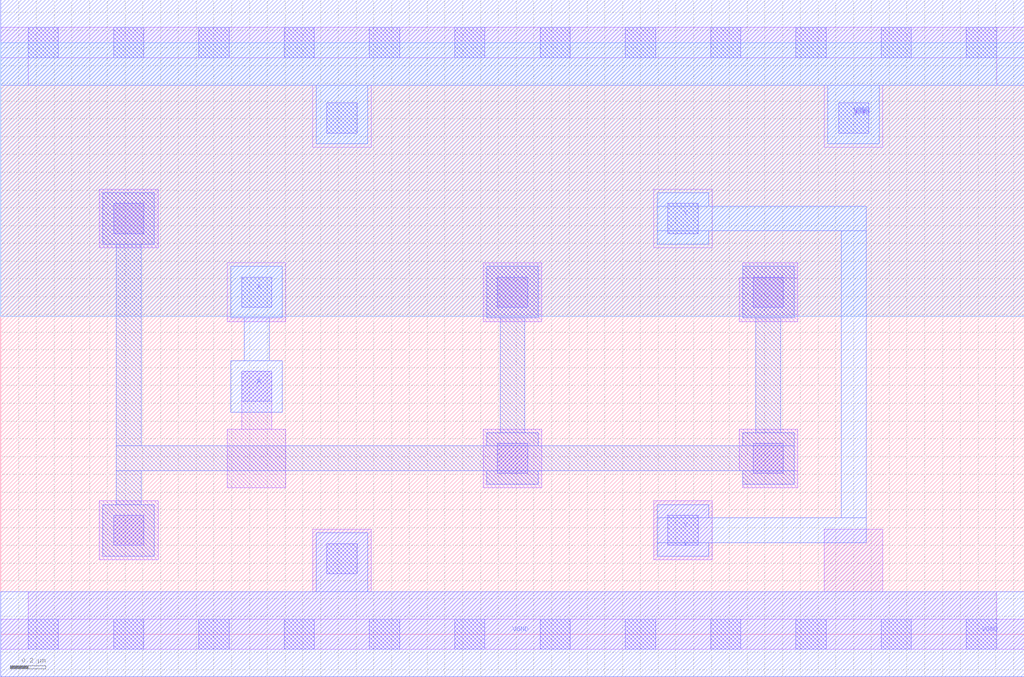
<source format=lef>
VERSION 5.7 ;
  NOWIREEXTENSIONATPIN ON ;
  DIVIDERCHAR "/" ;
  BUSBITCHARS "[]" ;
MACRO BUFX4
  CLASS CORE ;
  FOREIGN BUFX4 ;
  ORIGIN 0.000 0.000 ;
  SIZE 5.760 BY 3.330 ;
  SYMMETRY X Y ;
  SITE unit ;
  PIN A
    ANTENNAGATEAREA 0.189000 ;
    PORT
      LAYER met1 ;
        RECT 1.295 1.780 1.585 2.070 ;
        RECT 1.370 1.540 1.510 1.780 ;
        RECT 1.295 1.250 1.585 1.540 ;
    END
    PORT
      LAYER li1 ;
        RECT 1.275 1.760 1.605 2.090 ;
      LAYER mcon ;
        RECT 1.355 1.840 1.525 2.010 ;
    END
  END A
  PIN VGND
    ANTENNADIFFAREA 0.873600 ;
    PORT
      LAYER met1 ;
        RECT 1.775 0.240 2.065 0.570 ;
        RECT 0.000 -0.240 5.760 0.240 ;
    END
    PORT
      LAYER li1 ;
        RECT 1.755 0.240 2.085 0.590 ;
        RECT 4.635 0.240 4.965 0.590 ;
        RECT 0.155 0.085 5.605 0.240 ;
        RECT 0.000 -0.085 5.760 0.085 ;
      LAYER mcon ;
        RECT 1.835 0.340 2.005 0.510 ;
        RECT 0.155 -0.085 0.325 0.085 ;
        RECT 0.635 -0.085 0.805 0.085 ;
        RECT 1.115 -0.085 1.285 0.085 ;
        RECT 1.595 -0.085 1.765 0.085 ;
        RECT 2.075 -0.085 2.245 0.085 ;
        RECT 2.555 -0.085 2.725 0.085 ;
        RECT 3.035 -0.085 3.205 0.085 ;
        RECT 3.515 -0.085 3.685 0.085 ;
        RECT 3.995 -0.085 4.165 0.085 ;
        RECT 4.475 -0.085 4.645 0.085 ;
        RECT 4.955 -0.085 5.125 0.085 ;
        RECT 5.435 -0.085 5.605 0.085 ;
    END
    PORT
      LAYER met1 ;
        RECT 0.000 3.090 5.760 3.570 ;
        RECT 1.775 2.760 2.065 3.090 ;
        RECT 4.655 2.760 4.945 3.090 ;
    END
  END VGND
  PIN VPWR
    ANTENNADIFFAREA 1.747200 ;
    PORT
      LAYER li1 ;
        RECT 0.000 3.245 5.760 3.415 ;
        RECT 0.155 3.090 5.605 3.245 ;
        RECT 1.755 2.740 2.085 3.090 ;
        RECT 4.635 2.740 4.965 3.090 ;
      LAYER mcon ;
        RECT 0.155 3.245 0.325 3.415 ;
        RECT 0.635 3.245 0.805 3.415 ;
        RECT 1.115 3.245 1.285 3.415 ;
        RECT 1.595 3.245 1.765 3.415 ;
        RECT 2.075 3.245 2.245 3.415 ;
        RECT 2.555 3.245 2.725 3.415 ;
        RECT 3.035 3.245 3.205 3.415 ;
        RECT 3.515 3.245 3.685 3.415 ;
        RECT 3.995 3.245 4.165 3.415 ;
        RECT 4.475 3.245 4.645 3.415 ;
        RECT 4.955 3.245 5.125 3.415 ;
        RECT 5.435 3.245 5.605 3.415 ;
        RECT 1.835 2.820 2.005 2.990 ;
        RECT 4.715 2.820 4.885 2.990 ;
    END
  END VPWR
  PIN Y
    ANTENNADIFFAREA 1.661650 ;
    PORT
      LAYER met1 ;
        RECT 3.695 2.410 3.985 2.485 ;
        RECT 3.695 2.270 4.870 2.410 ;
        RECT 3.695 2.195 3.985 2.270 ;
        RECT 3.695 0.655 3.985 0.730 ;
        RECT 4.730 0.655 4.870 2.270 ;
        RECT 3.695 0.515 4.870 0.655 ;
        RECT 3.695 0.440 3.985 0.515 ;
    END
    PORT
      LAYER li1 ;
        RECT 3.675 0.420 4.005 0.750 ;
      LAYER mcon ;
        RECT 3.755 0.500 3.925 0.670 ;
    END
    PORT
      LAYER li1 ;
        RECT 3.675 2.175 4.005 2.505 ;
      LAYER mcon ;
        RECT 3.755 2.255 3.925 2.425 ;
    END
  END Y
  OBS
      LAYER nwell ;
        RECT 0.000 1.790 5.760 3.330 ;
      LAYER li1 ;
        RECT 0.555 2.175 0.885 2.505 ;
        RECT 2.715 1.760 3.045 2.090 ;
        RECT 4.175 2.005 4.485 2.090 ;
        RECT 4.155 1.760 4.485 2.005 ;
        RECT 1.355 1.155 1.525 1.480 ;
        RECT 1.275 0.825 1.605 1.155 ;
        RECT 2.715 0.825 3.045 1.155 ;
        RECT 4.155 0.920 4.485 1.155 ;
        RECT 4.175 0.825 4.485 0.920 ;
        RECT 0.555 0.420 0.885 0.750 ;
      LAYER mcon ;
        RECT 0.635 2.255 0.805 2.425 ;
        RECT 2.795 1.840 2.965 2.010 ;
        RECT 4.235 1.840 4.405 2.010 ;
        RECT 1.355 1.310 1.525 1.480 ;
        RECT 2.795 0.905 2.965 1.075 ;
        RECT 4.235 0.905 4.405 1.075 ;
        RECT 0.635 0.500 0.805 0.670 ;
      LAYER met1 ;
        RECT 0.575 2.195 0.865 2.485 ;
        RECT 0.650 1.060 0.790 2.195 ;
        RECT 2.735 1.780 3.025 2.070 ;
        RECT 4.175 1.780 4.465 2.070 ;
        RECT 2.810 1.135 2.950 1.780 ;
        RECT 4.250 1.135 4.390 1.780 ;
        RECT 2.735 1.060 3.025 1.135 ;
        RECT 4.175 1.060 4.465 1.135 ;
        RECT 0.650 0.920 4.465 1.060 ;
        RECT 0.650 0.730 0.790 0.920 ;
        RECT 2.735 0.845 3.025 0.920 ;
        RECT 4.175 0.845 4.465 0.920 ;
        RECT 0.575 0.440 0.865 0.730 ;
  END
END BUFX4
END LIBRARY


</source>
